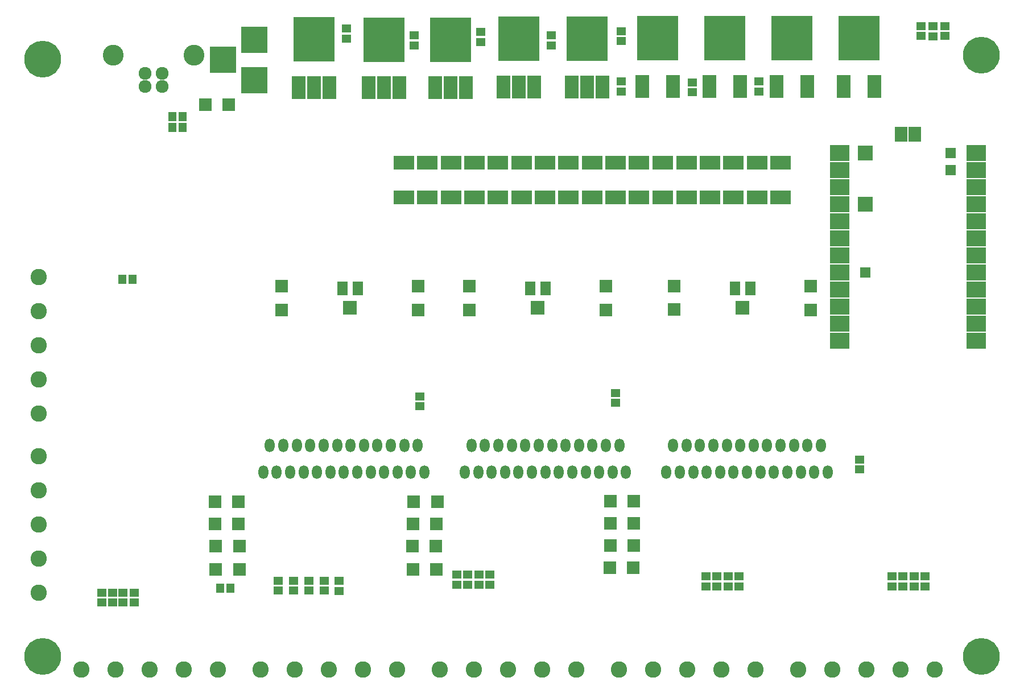
<source format=gts>
G04 #@! TF.FileFunction,Soldermask,Top*
%FSLAX46Y46*%
G04 Gerber Fmt 4.6, Leading zero omitted, Abs format (unit mm)*
G04 Created by KiCad (PCBNEW 4.0.2-stable) date Mon Sep  5 15:28:57 2016*
%MOMM*%
G01*
G04 APERTURE LIST*
%ADD10C,0.100000*%
%ADD11O,1.460000X2.000000*%
%ADD12R,2.940000X2.432000*%
%ADD13R,2.178000X2.178000*%
%ADD14R,1.543000X1.543000*%
%ADD15R,1.924000X2.178000*%
%ADD16R,3.092400X2.000200*%
%ADD17R,2.000000X3.400000*%
%ADD18R,6.200000X6.600000*%
%ADD19R,1.400760X1.299160*%
%ADD20R,1.299160X1.400760*%
%ADD21R,3.900120X3.900120*%
%ADD22R,1.898600X1.898600*%
%ADD23C,1.924000*%
%ADD24C,3.100020*%
%ADD25C,5.480000*%
%ADD26R,2.000200X2.000200*%
%ADD27R,1.492200X2.000200*%
%ADD28C,2.432000*%
G04 APERTURE END LIST*
D10*
D11*
X152365000Y-109125000D03*
X138365000Y-109125000D03*
X139365000Y-105125000D03*
X140365000Y-109125000D03*
X141365000Y-105125000D03*
X142365000Y-109125000D03*
X143365000Y-105125000D03*
X144365000Y-109125000D03*
X145365000Y-105125000D03*
X146365000Y-109125000D03*
X147365000Y-105125000D03*
X148365000Y-109125000D03*
X149365000Y-105125000D03*
X150365000Y-109125000D03*
X151365000Y-105125000D03*
X153365000Y-105125000D03*
X154365000Y-109125000D03*
X155365000Y-105125000D03*
X156365000Y-109125000D03*
X157365000Y-105125000D03*
X158365000Y-109125000D03*
X159365000Y-105125000D03*
X160365000Y-109125000D03*
X161365000Y-105125000D03*
X162365000Y-109125000D03*
D12*
X194183000Y-61595000D03*
X194183000Y-64135000D03*
X194183000Y-66675000D03*
X194183000Y-69215000D03*
X194183000Y-71755000D03*
X194183000Y-74295000D03*
X194183000Y-76835000D03*
X194183000Y-79377540D03*
X194183000Y-81915000D03*
X194183000Y-84455000D03*
X194183000Y-86995000D03*
X194183000Y-89535000D03*
X214503000Y-89535000D03*
X214503000Y-86995000D03*
X214503000Y-84455000D03*
X214503000Y-81915000D03*
X214503000Y-79377540D03*
X214503000Y-76835000D03*
X214503000Y-74295000D03*
X214503000Y-71755000D03*
X214503000Y-69215000D03*
X214503000Y-66675000D03*
X214503000Y-64135000D03*
X214503000Y-61595000D03*
D13*
X197993000Y-61595000D03*
X197993000Y-69215000D03*
D14*
X197993000Y-79377540D03*
X210693000Y-64135000D03*
X210693000Y-61595000D03*
D15*
X205359000Y-58803540D03*
X203327000Y-58803540D03*
D16*
X153805000Y-63025000D03*
X153805000Y-68181200D03*
D17*
X124080000Y-51884000D03*
D18*
X126365000Y-44704000D03*
D17*
X128650000Y-51884000D03*
X126365000Y-51884000D03*
D19*
X119634000Y-125242320D03*
X119634000Y-126746000D03*
X117475000Y-125232160D03*
X117475000Y-126735840D03*
X115189000Y-125232160D03*
X115189000Y-126735840D03*
X112903000Y-125232160D03*
X112903000Y-126735840D03*
X110617000Y-125232160D03*
X110617000Y-126735840D03*
D20*
X96382840Y-56134000D03*
X94879160Y-56134000D03*
X96382840Y-57785000D03*
X94879160Y-57785000D03*
X103494840Y-126365000D03*
X101991160Y-126365000D03*
D19*
X89154000Y-127010160D03*
X89154000Y-128513840D03*
X87503000Y-127010160D03*
X87503000Y-128513840D03*
X85979000Y-127010160D03*
X85979000Y-128513840D03*
X84328000Y-127010160D03*
X84328000Y-128513840D03*
X131699000Y-97800160D03*
X131699000Y-99303840D03*
X161671000Y-52440840D03*
X161671000Y-50937160D03*
X172212000Y-52567840D03*
X172212000Y-51064160D03*
X182118000Y-52440840D03*
X182118000Y-50937160D03*
X206883000Y-124607320D03*
X206883000Y-126111000D03*
X205232000Y-124607320D03*
X205232000Y-126111000D03*
X203581000Y-124597160D03*
X203581000Y-126100840D03*
X201930000Y-124597160D03*
X201930000Y-126100840D03*
X206248000Y-42682160D03*
X206248000Y-44185840D03*
X208026000Y-42692320D03*
X208026000Y-44196000D03*
X209804000Y-42682160D03*
X209804000Y-44185840D03*
X179197000Y-124616665D03*
X179197000Y-126120345D03*
X177546000Y-124597160D03*
X177546000Y-126100840D03*
X175895000Y-124597160D03*
X175895000Y-126100840D03*
X174244000Y-124597160D03*
X174244000Y-126100840D03*
X142113000Y-124353320D03*
X142113000Y-125857000D03*
X140462000Y-124353320D03*
X140462000Y-125857000D03*
X138811000Y-124353320D03*
X138811000Y-125857000D03*
X137160000Y-124343160D03*
X137160000Y-125846840D03*
X160782000Y-97292160D03*
X160782000Y-98795840D03*
X197104000Y-108701840D03*
X197104000Y-107198160D03*
X161671000Y-44947840D03*
X161671000Y-43444160D03*
X151257000Y-45582840D03*
X151257000Y-44079160D03*
X140716000Y-45074840D03*
X140716000Y-43571160D03*
X130810000Y-45582840D03*
X130810000Y-44079160D03*
X120777000Y-44566840D03*
X120777000Y-43063160D03*
D21*
X107065000Y-50725140D03*
X107065000Y-44725660D03*
X102366000Y-47725400D03*
D22*
X111125000Y-81437480D03*
X111125000Y-84932520D03*
X131445000Y-81437480D03*
X131445000Y-84932520D03*
X139065000Y-81437480D03*
X139065000Y-84932520D03*
X159385000Y-81437480D03*
X159385000Y-84932520D03*
X101217480Y-113525000D03*
X104712520Y-113525000D03*
X101217480Y-116825000D03*
X104712520Y-116825000D03*
X101317480Y-120125000D03*
X104812520Y-120125000D03*
X101317480Y-123525000D03*
X104812520Y-123525000D03*
X130769480Y-113525000D03*
X134264520Y-113525000D03*
X130669480Y-116825000D03*
X134164520Y-116825000D03*
X130569480Y-120125000D03*
X134064520Y-120125000D03*
X169545000Y-81417480D03*
X169545000Y-84912520D03*
X189865000Y-81437480D03*
X189865000Y-84932520D03*
X130669480Y-123525000D03*
X134164520Y-123525000D03*
X160042326Y-113395962D03*
X163537366Y-113395962D03*
X160042326Y-116695962D03*
X163537366Y-116695962D03*
X160042326Y-119995962D03*
X163537366Y-119995962D03*
X159942326Y-123295962D03*
X163437366Y-123295962D03*
X103220520Y-54356000D03*
X99725480Y-54356000D03*
D11*
X122365000Y-109125000D03*
X108365000Y-109125000D03*
X109365000Y-105125000D03*
X110365000Y-109125000D03*
X111365000Y-105125000D03*
X112365000Y-109125000D03*
X113365000Y-105125000D03*
X114365000Y-109125000D03*
X115365000Y-105125000D03*
X116365000Y-109125000D03*
X117365000Y-105125000D03*
X118365000Y-109125000D03*
X119365000Y-105125000D03*
X120365000Y-109125000D03*
X121365000Y-105125000D03*
X123365000Y-105125000D03*
X124365000Y-109125000D03*
X125365000Y-105125000D03*
X126365000Y-109125000D03*
X127365000Y-105125000D03*
X128365000Y-109125000D03*
X129365000Y-105125000D03*
X130365000Y-109125000D03*
X131365000Y-105125000D03*
X132365000Y-109125000D03*
X182365000Y-109125000D03*
X168365000Y-109125000D03*
X169365000Y-105125000D03*
X170365000Y-109125000D03*
X171365000Y-105125000D03*
X172365000Y-109125000D03*
X173365000Y-105125000D03*
X174365000Y-109125000D03*
X175365000Y-105125000D03*
X176365000Y-109125000D03*
X177365000Y-105125000D03*
X178365000Y-109125000D03*
X179365000Y-105125000D03*
X180365000Y-109125000D03*
X181365000Y-105125000D03*
X183365000Y-105125000D03*
X184365000Y-109125000D03*
X185365000Y-105125000D03*
X186365000Y-109125000D03*
X187365000Y-105125000D03*
X188365000Y-109125000D03*
X189365000Y-105125000D03*
X190365000Y-109125000D03*
X191365000Y-105125000D03*
X192365000Y-109125000D03*
D23*
X90795000Y-51724000D03*
X93335000Y-51724000D03*
X93335000Y-49725020D03*
X90795000Y-49725020D03*
D24*
X86065520Y-47025000D03*
X98064480Y-47025000D03*
D25*
X215265000Y-47025000D03*
X75565000Y-136525000D03*
X75565000Y-47625000D03*
X215265000Y-136525000D03*
D16*
X129305000Y-68181200D03*
X129305000Y-63025000D03*
X132805000Y-68181200D03*
X132805000Y-63025000D03*
X136305000Y-68181200D03*
X136305000Y-63025000D03*
X139805000Y-63025000D03*
X139805000Y-68181200D03*
X143305000Y-68181200D03*
X143305000Y-63025000D03*
X146805000Y-68181200D03*
X146805000Y-63025000D03*
X150305000Y-68181200D03*
X150305000Y-63025000D03*
X157305000Y-68181200D03*
X157305000Y-63025000D03*
X160805000Y-68181200D03*
X160805000Y-63025000D03*
X164305000Y-68181200D03*
X164305000Y-63025000D03*
X167805000Y-63025000D03*
X167805000Y-68181200D03*
X185364769Y-63038695D03*
X185364769Y-68194895D03*
X181864769Y-63038695D03*
X181864769Y-68194895D03*
X178364769Y-63038695D03*
X178364769Y-68194895D03*
X174864769Y-63038695D03*
X174864769Y-68194895D03*
X171364769Y-63038695D03*
X171364769Y-68194895D03*
D26*
X121285000Y-84645500D03*
D27*
X122440700Y-81724500D03*
X120129300Y-81724500D03*
D26*
X149225000Y-84645500D03*
D27*
X150380700Y-81724500D03*
X148069300Y-81724500D03*
D26*
X179705000Y-84645500D03*
D27*
X180860700Y-81724500D03*
X178549300Y-81724500D03*
D17*
X164780000Y-51705000D03*
D18*
X167065000Y-44525000D03*
D17*
X169350000Y-51705000D03*
X174780000Y-51705000D03*
D18*
X177065000Y-44525000D03*
D17*
X179350000Y-51705000D03*
X184780000Y-51705000D03*
D18*
X187065000Y-44525000D03*
D17*
X189350000Y-51705000D03*
X194780000Y-51705000D03*
D18*
X197065000Y-44525000D03*
D17*
X199350000Y-51705000D03*
X154306000Y-51757000D03*
D18*
X156591000Y-44577000D03*
D17*
X158876000Y-51757000D03*
X156591000Y-51757000D03*
X144146000Y-51757000D03*
D18*
X146431000Y-44577000D03*
D17*
X148716000Y-51757000D03*
X146431000Y-51757000D03*
X133986000Y-51884000D03*
D18*
X136271000Y-44704000D03*
D17*
X138556000Y-51884000D03*
X136271000Y-51884000D03*
X113665000Y-51816000D03*
D18*
X115950000Y-44636000D03*
D17*
X118235000Y-51816000D03*
X115950000Y-51816000D03*
D28*
X107950000Y-138430000D03*
X113030000Y-138430000D03*
X118110000Y-138430000D03*
X123190000Y-138430000D03*
X128270000Y-138430000D03*
X74930000Y-80010000D03*
X74930000Y-85090000D03*
X74930000Y-90170000D03*
X74930000Y-95250000D03*
X74930000Y-100330000D03*
X81280000Y-138430000D03*
X86360000Y-138430000D03*
X91440000Y-138430000D03*
X96520000Y-138430000D03*
X101600000Y-138430000D03*
X74930000Y-106680000D03*
X74930000Y-111760000D03*
X74930000Y-116840000D03*
X74930000Y-121920000D03*
X74930000Y-127000000D03*
X187960000Y-138430000D03*
X193040000Y-138430000D03*
X198120000Y-138430000D03*
X203200000Y-138430000D03*
X208280000Y-138430000D03*
X161290000Y-138430000D03*
X166370000Y-138430000D03*
X171450000Y-138430000D03*
X176530000Y-138430000D03*
X181610000Y-138430000D03*
X134620000Y-138430000D03*
X139700000Y-138430000D03*
X144780000Y-138430000D03*
X149860000Y-138430000D03*
X154940000Y-138430000D03*
D20*
X88889840Y-80391000D03*
X87386160Y-80391000D03*
M02*

</source>
